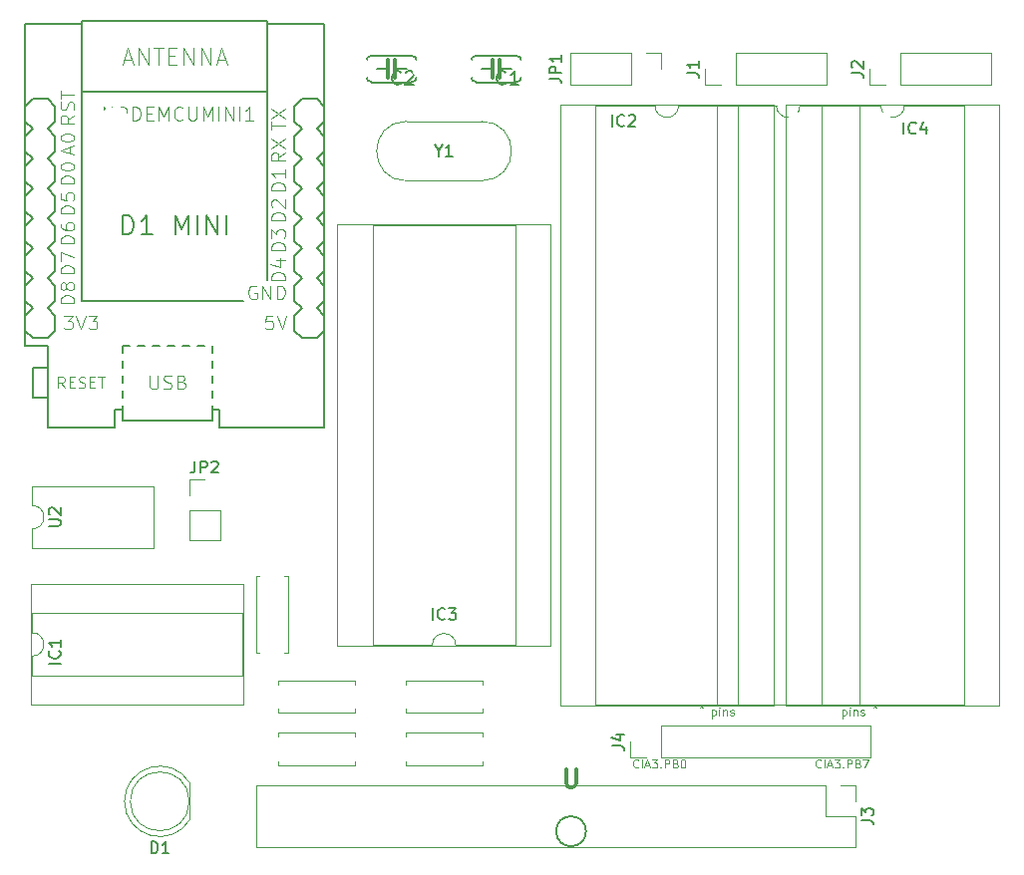
<source format=gto>
G04 #@! TF.GenerationSoftware,KiCad,Pcbnew,(6.0.5)*
G04 #@! TF.CreationDate,2022-11-12T18:47:07+01:00*
G04 #@! TF.ProjectId,Link232-wifi,4c696e6b-3233-4322-9d77-6966692e6b69,rev?*
G04 #@! TF.SameCoordinates,Original*
G04 #@! TF.FileFunction,Legend,Top*
G04 #@! TF.FilePolarity,Positive*
%FSLAX46Y46*%
G04 Gerber Fmt 4.6, Leading zero omitted, Abs format (unit mm)*
G04 Created by KiCad (PCBNEW (6.0.5)) date 2022-11-12 18:47:07*
%MOMM*%
%LPD*%
G01*
G04 APERTURE LIST*
G04 Aperture macros list*
%AMFreePoly0*
4,1,25,0.389919,0.742596,0.402042,0.732242,0.732242,0.402042,0.760749,0.346094,0.762000,0.330200,0.762000,-0.330200,0.742596,-0.389919,0.732242,-0.402042,0.402042,-0.732242,0.346094,-0.760749,0.330200,-0.762000,-0.330200,-0.762000,-0.389919,-0.742596,-0.402042,-0.732242,-0.732242,-0.402042,-0.760749,-0.346094,-0.762000,-0.330200,-0.762000,0.330200,-0.742596,0.389919,-0.732242,0.402042,
-0.402042,0.732242,-0.346094,0.760749,-0.330200,0.762000,0.330200,0.762000,0.389919,0.742596,0.389919,0.742596,$1*%
G04 Aperture macros list end*
%ADD10C,0.200000*%
%ADD11C,0.300000*%
%ADD12C,0.100000*%
%ADD13C,0.150000*%
%ADD14C,0.127000*%
%ADD15C,0.101600*%
%ADD16C,0.081280*%
%ADD17C,0.121920*%
%ADD18C,0.142240*%
%ADD19C,0.120000*%
%ADD20C,0.304800*%
%ADD21C,0.152400*%
%ADD22C,1.600000*%
%ADD23O,1.600000X1.600000*%
%ADD24R,1.700000X1.700000*%
%ADD25O,1.700000X1.700000*%
%ADD26R,1.600000X1.600000*%
%ADD27R,2.400000X1.600000*%
%ADD28O,2.400000X1.600000*%
%ADD29FreePoly0,180.000000*%
%ADD30C,1.500000*%
%ADD31C,2.500000*%
%ADD32R,1.800000X1.800000*%
%ADD33C,1.800000*%
%ADD34C,1.711200*%
G04 APERTURE END LIST*
D10*
X99695000Y-102870000D02*
G75*
G03*
X99695000Y-102870000I-1270000J0D01*
G01*
D11*
X97996428Y-97603571D02*
X97996428Y-98817857D01*
X98067857Y-98960714D01*
X98139285Y-99032142D01*
X98282142Y-99103571D01*
X98567857Y-99103571D01*
X98710714Y-99032142D01*
X98782142Y-98960714D01*
X98853571Y-98817857D01*
X98853571Y-97603571D01*
D12*
X104136666Y-97405000D02*
X104103333Y-97438333D01*
X104003333Y-97471666D01*
X103936666Y-97471666D01*
X103836666Y-97438333D01*
X103770000Y-97371666D01*
X103736666Y-97305000D01*
X103703333Y-97171666D01*
X103703333Y-97071666D01*
X103736666Y-96938333D01*
X103770000Y-96871666D01*
X103836666Y-96805000D01*
X103936666Y-96771666D01*
X104003333Y-96771666D01*
X104103333Y-96805000D01*
X104136666Y-96838333D01*
X104436666Y-97471666D02*
X104436666Y-96771666D01*
X104736666Y-97271666D02*
X105070000Y-97271666D01*
X104670000Y-97471666D02*
X104903333Y-96771666D01*
X105136666Y-97471666D01*
X105303333Y-96771666D02*
X105736666Y-96771666D01*
X105503333Y-97038333D01*
X105603333Y-97038333D01*
X105670000Y-97071666D01*
X105703333Y-97105000D01*
X105736666Y-97171666D01*
X105736666Y-97338333D01*
X105703333Y-97405000D01*
X105670000Y-97438333D01*
X105603333Y-97471666D01*
X105403333Y-97471666D01*
X105336666Y-97438333D01*
X105303333Y-97405000D01*
X106036666Y-97405000D02*
X106070000Y-97438333D01*
X106036666Y-97471666D01*
X106003333Y-97438333D01*
X106036666Y-97405000D01*
X106036666Y-97471666D01*
X106370000Y-97471666D02*
X106370000Y-96771666D01*
X106636666Y-96771666D01*
X106703333Y-96805000D01*
X106736666Y-96838333D01*
X106770000Y-96905000D01*
X106770000Y-97005000D01*
X106736666Y-97071666D01*
X106703333Y-97105000D01*
X106636666Y-97138333D01*
X106370000Y-97138333D01*
X107303333Y-97105000D02*
X107403333Y-97138333D01*
X107436666Y-97171666D01*
X107470000Y-97238333D01*
X107470000Y-97338333D01*
X107436666Y-97405000D01*
X107403333Y-97438333D01*
X107336666Y-97471666D01*
X107070000Y-97471666D01*
X107070000Y-96771666D01*
X107303333Y-96771666D01*
X107370000Y-96805000D01*
X107403333Y-96838333D01*
X107436666Y-96905000D01*
X107436666Y-96971666D01*
X107403333Y-97038333D01*
X107370000Y-97071666D01*
X107303333Y-97105000D01*
X107070000Y-97105000D01*
X107903333Y-96771666D02*
X107970000Y-96771666D01*
X108036666Y-96805000D01*
X108070000Y-96838333D01*
X108103333Y-96905000D01*
X108136666Y-97038333D01*
X108136666Y-97205000D01*
X108103333Y-97338333D01*
X108070000Y-97405000D01*
X108036666Y-97438333D01*
X107970000Y-97471666D01*
X107903333Y-97471666D01*
X107836666Y-97438333D01*
X107803333Y-97405000D01*
X107770000Y-97338333D01*
X107736666Y-97205000D01*
X107736666Y-97038333D01*
X107770000Y-96905000D01*
X107803333Y-96838333D01*
X107836666Y-96805000D01*
X107903333Y-96771666D01*
X121461666Y-92560000D02*
X121461666Y-93260000D01*
X121461666Y-92593333D02*
X121528333Y-92560000D01*
X121661666Y-92560000D01*
X121728333Y-92593333D01*
X121761666Y-92626666D01*
X121795000Y-92693333D01*
X121795000Y-92893333D01*
X121761666Y-92960000D01*
X121728333Y-92993333D01*
X121661666Y-93026666D01*
X121528333Y-93026666D01*
X121461666Y-92993333D01*
X122095000Y-93026666D02*
X122095000Y-92560000D01*
X122095000Y-92326666D02*
X122061666Y-92360000D01*
X122095000Y-92393333D01*
X122128333Y-92360000D01*
X122095000Y-92326666D01*
X122095000Y-92393333D01*
X122428333Y-92560000D02*
X122428333Y-93026666D01*
X122428333Y-92626666D02*
X122461666Y-92593333D01*
X122528333Y-92560000D01*
X122628333Y-92560000D01*
X122695000Y-92593333D01*
X122728333Y-92660000D01*
X122728333Y-93026666D01*
X123028333Y-92993333D02*
X123095000Y-93026666D01*
X123228333Y-93026666D01*
X123295000Y-92993333D01*
X123328333Y-92926666D01*
X123328333Y-92893333D01*
X123295000Y-92826666D01*
X123228333Y-92793333D01*
X123128333Y-92793333D01*
X123061666Y-92760000D01*
X123028333Y-92693333D01*
X123028333Y-92660000D01*
X123061666Y-92593333D01*
X123128333Y-92560000D01*
X123228333Y-92560000D01*
X123295000Y-92593333D01*
X124061666Y-92393333D02*
X124195000Y-92293333D01*
X124328333Y-92393333D01*
X119626666Y-97405000D02*
X119593333Y-97438333D01*
X119493333Y-97471666D01*
X119426666Y-97471666D01*
X119326666Y-97438333D01*
X119260000Y-97371666D01*
X119226666Y-97305000D01*
X119193333Y-97171666D01*
X119193333Y-97071666D01*
X119226666Y-96938333D01*
X119260000Y-96871666D01*
X119326666Y-96805000D01*
X119426666Y-96771666D01*
X119493333Y-96771666D01*
X119593333Y-96805000D01*
X119626666Y-96838333D01*
X119926666Y-97471666D02*
X119926666Y-96771666D01*
X120226666Y-97271666D02*
X120560000Y-97271666D01*
X120160000Y-97471666D02*
X120393333Y-96771666D01*
X120626666Y-97471666D01*
X120793333Y-96771666D02*
X121226666Y-96771666D01*
X120993333Y-97038333D01*
X121093333Y-97038333D01*
X121160000Y-97071666D01*
X121193333Y-97105000D01*
X121226666Y-97171666D01*
X121226666Y-97338333D01*
X121193333Y-97405000D01*
X121160000Y-97438333D01*
X121093333Y-97471666D01*
X120893333Y-97471666D01*
X120826666Y-97438333D01*
X120793333Y-97405000D01*
X121526666Y-97405000D02*
X121560000Y-97438333D01*
X121526666Y-97471666D01*
X121493333Y-97438333D01*
X121526666Y-97405000D01*
X121526666Y-97471666D01*
X121860000Y-97471666D02*
X121860000Y-96771666D01*
X122126666Y-96771666D01*
X122193333Y-96805000D01*
X122226666Y-96838333D01*
X122260000Y-96905000D01*
X122260000Y-97005000D01*
X122226666Y-97071666D01*
X122193333Y-97105000D01*
X122126666Y-97138333D01*
X121860000Y-97138333D01*
X122793333Y-97105000D02*
X122893333Y-97138333D01*
X122926666Y-97171666D01*
X122960000Y-97238333D01*
X122960000Y-97338333D01*
X122926666Y-97405000D01*
X122893333Y-97438333D01*
X122826666Y-97471666D01*
X122560000Y-97471666D01*
X122560000Y-96771666D01*
X122793333Y-96771666D01*
X122860000Y-96805000D01*
X122893333Y-96838333D01*
X122926666Y-96905000D01*
X122926666Y-96971666D01*
X122893333Y-97038333D01*
X122860000Y-97071666D01*
X122793333Y-97105000D01*
X122560000Y-97105000D01*
X123193333Y-96771666D02*
X123660000Y-96771666D01*
X123360000Y-97471666D01*
X109351666Y-92393333D02*
X109485000Y-92293333D01*
X109618333Y-92393333D01*
X110385000Y-92560000D02*
X110385000Y-93260000D01*
X110385000Y-92593333D02*
X110451666Y-92560000D01*
X110585000Y-92560000D01*
X110651666Y-92593333D01*
X110685000Y-92626666D01*
X110718333Y-92693333D01*
X110718333Y-92893333D01*
X110685000Y-92960000D01*
X110651666Y-92993333D01*
X110585000Y-93026666D01*
X110451666Y-93026666D01*
X110385000Y-92993333D01*
X111018333Y-93026666D02*
X111018333Y-92560000D01*
X111018333Y-92326666D02*
X110985000Y-92360000D01*
X111018333Y-92393333D01*
X111051666Y-92360000D01*
X111018333Y-92326666D01*
X111018333Y-92393333D01*
X111351666Y-92560000D02*
X111351666Y-93026666D01*
X111351666Y-92626666D02*
X111385000Y-92593333D01*
X111451666Y-92560000D01*
X111551666Y-92560000D01*
X111618333Y-92593333D01*
X111651666Y-92660000D01*
X111651666Y-93026666D01*
X111951666Y-92993333D02*
X112018333Y-93026666D01*
X112151666Y-93026666D01*
X112218333Y-92993333D01*
X112251666Y-92926666D01*
X112251666Y-92893333D01*
X112218333Y-92826666D01*
X112151666Y-92793333D01*
X112051666Y-92793333D01*
X111985000Y-92760000D01*
X111951666Y-92693333D01*
X111951666Y-92660000D01*
X111985000Y-92593333D01*
X112051666Y-92560000D01*
X112151666Y-92560000D01*
X112218333Y-92593333D01*
D13*
X101897380Y-95583333D02*
X102611666Y-95583333D01*
X102754523Y-95630952D01*
X102849761Y-95726190D01*
X102897380Y-95869047D01*
X102897380Y-95964285D01*
X102230714Y-94678571D02*
X102897380Y-94678571D01*
X101849761Y-94916666D02*
X102564047Y-95154761D01*
X102564047Y-94535714D01*
X54062380Y-76951904D02*
X54871904Y-76951904D01*
X54967142Y-76904285D01*
X55014761Y-76856666D01*
X55062380Y-76761428D01*
X55062380Y-76570952D01*
X55014761Y-76475714D01*
X54967142Y-76428095D01*
X54871904Y-76380476D01*
X54062380Y-76380476D01*
X54157619Y-75951904D02*
X54110000Y-75904285D01*
X54062380Y-75809047D01*
X54062380Y-75570952D01*
X54110000Y-75475714D01*
X54157619Y-75428095D01*
X54252857Y-75380476D01*
X54348095Y-75380476D01*
X54490952Y-75428095D01*
X55062380Y-75999523D01*
X55062380Y-75380476D01*
X108257380Y-38433333D02*
X108971666Y-38433333D01*
X109114523Y-38480952D01*
X109209761Y-38576190D01*
X109257380Y-38719047D01*
X109257380Y-38814285D01*
X109257380Y-37433333D02*
X109257380Y-38004761D01*
X109257380Y-37719047D02*
X108257380Y-37719047D01*
X108400238Y-37814285D01*
X108495476Y-37909523D01*
X108543095Y-38004761D01*
X122227380Y-38433333D02*
X122941666Y-38433333D01*
X123084523Y-38480952D01*
X123179761Y-38576190D01*
X123227380Y-38719047D01*
X123227380Y-38814285D01*
X122322619Y-38004761D02*
X122275000Y-37957142D01*
X122227380Y-37861904D01*
X122227380Y-37623809D01*
X122275000Y-37528571D01*
X122322619Y-37480952D01*
X122417857Y-37433333D01*
X122513095Y-37433333D01*
X122655952Y-37480952D01*
X123227380Y-38052380D01*
X123227380Y-37433333D01*
X101893809Y-42997380D02*
X101893809Y-41997380D01*
X102941428Y-42902142D02*
X102893809Y-42949761D01*
X102750952Y-42997380D01*
X102655714Y-42997380D01*
X102512857Y-42949761D01*
X102417619Y-42854523D01*
X102370000Y-42759285D01*
X102322380Y-42568809D01*
X102322380Y-42425952D01*
X102370000Y-42235476D01*
X102417619Y-42140238D01*
X102512857Y-42045000D01*
X102655714Y-41997380D01*
X102750952Y-41997380D01*
X102893809Y-42045000D01*
X102941428Y-42092619D01*
X103322380Y-42092619D02*
X103370000Y-42045000D01*
X103465238Y-41997380D01*
X103703333Y-41997380D01*
X103798571Y-42045000D01*
X103846190Y-42092619D01*
X103893809Y-42187857D01*
X103893809Y-42283095D01*
X103846190Y-42425952D01*
X103274761Y-42997380D01*
X103893809Y-42997380D01*
X126658809Y-43632380D02*
X126658809Y-42632380D01*
X127706428Y-43537142D02*
X127658809Y-43584761D01*
X127515952Y-43632380D01*
X127420714Y-43632380D01*
X127277857Y-43584761D01*
X127182619Y-43489523D01*
X127135000Y-43394285D01*
X127087380Y-43203809D01*
X127087380Y-43060952D01*
X127135000Y-42870476D01*
X127182619Y-42775238D01*
X127277857Y-42680000D01*
X127420714Y-42632380D01*
X127515952Y-42632380D01*
X127658809Y-42680000D01*
X127706428Y-42727619D01*
X128563571Y-42965714D02*
X128563571Y-43632380D01*
X128325476Y-42584761D02*
X128087380Y-43299047D01*
X128706428Y-43299047D01*
D14*
X92845164Y-39333714D02*
X92790735Y-39388142D01*
X92627450Y-39442571D01*
X92518592Y-39442571D01*
X92355307Y-39388142D01*
X92246450Y-39279285D01*
X92192021Y-39170428D01*
X92137592Y-38952714D01*
X92137592Y-38789428D01*
X92192021Y-38571714D01*
X92246450Y-38462857D01*
X92355307Y-38354000D01*
X92518592Y-38299571D01*
X92627450Y-38299571D01*
X92790735Y-38354000D01*
X92845164Y-38408428D01*
X93933735Y-39442571D02*
X93280592Y-39442571D01*
X93607164Y-39442571D02*
X93607164Y-38299571D01*
X93498307Y-38462857D01*
X93389450Y-38571714D01*
X93280592Y-38626142D01*
X83955164Y-39333714D02*
X83900735Y-39388142D01*
X83737450Y-39442571D01*
X83628592Y-39442571D01*
X83465307Y-39388142D01*
X83356450Y-39279285D01*
X83302021Y-39170428D01*
X83247592Y-38952714D01*
X83247592Y-38789428D01*
X83302021Y-38571714D01*
X83356450Y-38462857D01*
X83465307Y-38354000D01*
X83628592Y-38299571D01*
X83737450Y-38299571D01*
X83900735Y-38354000D01*
X83955164Y-38408428D01*
X84390592Y-38408428D02*
X84445021Y-38354000D01*
X84553878Y-38299571D01*
X84826021Y-38299571D01*
X84934878Y-38354000D01*
X84989307Y-38408428D01*
X85043735Y-38517285D01*
X85043735Y-38626142D01*
X84989307Y-38789428D01*
X84336164Y-39442571D01*
X85043735Y-39442571D01*
D13*
X87163809Y-45061190D02*
X87163809Y-45537380D01*
X86830476Y-44537380D02*
X87163809Y-45061190D01*
X87497142Y-44537380D01*
X88354285Y-45537380D02*
X87782857Y-45537380D01*
X88068571Y-45537380D02*
X88068571Y-44537380D01*
X87973333Y-44680238D01*
X87878095Y-44775476D01*
X87782857Y-44823095D01*
X86658809Y-84907380D02*
X86658809Y-83907380D01*
X87706428Y-84812142D02*
X87658809Y-84859761D01*
X87515952Y-84907380D01*
X87420714Y-84907380D01*
X87277857Y-84859761D01*
X87182619Y-84764523D01*
X87135000Y-84669285D01*
X87087380Y-84478809D01*
X87087380Y-84335952D01*
X87135000Y-84145476D01*
X87182619Y-84050238D01*
X87277857Y-83955000D01*
X87420714Y-83907380D01*
X87515952Y-83907380D01*
X87658809Y-83955000D01*
X87706428Y-84002619D01*
X88039761Y-83907380D02*
X88658809Y-83907380D01*
X88325476Y-84288333D01*
X88468333Y-84288333D01*
X88563571Y-84335952D01*
X88611190Y-84383571D01*
X88658809Y-84478809D01*
X88658809Y-84716904D01*
X88611190Y-84812142D01*
X88563571Y-84859761D01*
X88468333Y-84907380D01*
X88182619Y-84907380D01*
X88087380Y-84859761D01*
X88039761Y-84812142D01*
X55062380Y-88606190D02*
X54062380Y-88606190D01*
X54967142Y-87558571D02*
X55014761Y-87606190D01*
X55062380Y-87749047D01*
X55062380Y-87844285D01*
X55014761Y-87987142D01*
X54919523Y-88082380D01*
X54824285Y-88130000D01*
X54633809Y-88177619D01*
X54490952Y-88177619D01*
X54300476Y-88130000D01*
X54205238Y-88082380D01*
X54110000Y-87987142D01*
X54062380Y-87844285D01*
X54062380Y-87749047D01*
X54110000Y-87606190D01*
X54157619Y-87558571D01*
X55062380Y-86606190D02*
X55062380Y-87177619D01*
X55062380Y-86891904D02*
X54062380Y-86891904D01*
X54205238Y-86987142D01*
X54300476Y-87082380D01*
X54348095Y-87177619D01*
X62761904Y-104742380D02*
X62761904Y-103742380D01*
X63000000Y-103742380D01*
X63142857Y-103790000D01*
X63238095Y-103885238D01*
X63285714Y-103980476D01*
X63333333Y-104170952D01*
X63333333Y-104313809D01*
X63285714Y-104504285D01*
X63238095Y-104599523D01*
X63142857Y-104694761D01*
X63000000Y-104742380D01*
X62761904Y-104742380D01*
X64285714Y-104742380D02*
X63714285Y-104742380D01*
X64000000Y-104742380D02*
X64000000Y-103742380D01*
X63904761Y-103885238D01*
X63809523Y-103980476D01*
X63714285Y-104028095D01*
D15*
X58764230Y-42489361D02*
X58764230Y-41320961D01*
X59431887Y-42489361D01*
X59431887Y-41320961D01*
X60210820Y-41320961D02*
X60433373Y-41320961D01*
X60544649Y-41376600D01*
X60655925Y-41487876D01*
X60711563Y-41710428D01*
X60711563Y-42099895D01*
X60655925Y-42322447D01*
X60544649Y-42433723D01*
X60433373Y-42489361D01*
X60210820Y-42489361D01*
X60099544Y-42433723D01*
X59988268Y-42322447D01*
X59932630Y-42099895D01*
X59932630Y-41710428D01*
X59988268Y-41487876D01*
X60099544Y-41376600D01*
X60210820Y-41320961D01*
X61212306Y-42489361D02*
X61212306Y-41320961D01*
X61490497Y-41320961D01*
X61657411Y-41376600D01*
X61768687Y-41487876D01*
X61824325Y-41599152D01*
X61879963Y-41821704D01*
X61879963Y-41988619D01*
X61824325Y-42211171D01*
X61768687Y-42322447D01*
X61657411Y-42433723D01*
X61490497Y-42489361D01*
X61212306Y-42489361D01*
X62380706Y-41877342D02*
X62770173Y-41877342D01*
X62937087Y-42489361D02*
X62380706Y-42489361D01*
X62380706Y-41320961D01*
X62937087Y-41320961D01*
X63437830Y-42489361D02*
X63437830Y-41320961D01*
X63827297Y-42155533D01*
X64216763Y-41320961D01*
X64216763Y-42489361D01*
X65440801Y-42378085D02*
X65385163Y-42433723D01*
X65218249Y-42489361D01*
X65106973Y-42489361D01*
X64940059Y-42433723D01*
X64828782Y-42322447D01*
X64773144Y-42211171D01*
X64717506Y-41988619D01*
X64717506Y-41821704D01*
X64773144Y-41599152D01*
X64828782Y-41487876D01*
X64940059Y-41376600D01*
X65106973Y-41320961D01*
X65218249Y-41320961D01*
X65385163Y-41376600D01*
X65440801Y-41432238D01*
X65941544Y-41320961D02*
X65941544Y-42266809D01*
X65997182Y-42378085D01*
X66052820Y-42433723D01*
X66164097Y-42489361D01*
X66386649Y-42489361D01*
X66497925Y-42433723D01*
X66553563Y-42378085D01*
X66609201Y-42266809D01*
X66609201Y-41320961D01*
X67165582Y-42489361D02*
X67165582Y-41320961D01*
X67555049Y-42155533D01*
X67944516Y-41320961D01*
X67944516Y-42489361D01*
X68500897Y-42489361D02*
X68500897Y-41320961D01*
X69057278Y-42489361D02*
X69057278Y-41320961D01*
X69724935Y-42489361D01*
X69724935Y-41320961D01*
X70281316Y-42489361D02*
X70281316Y-41320961D01*
X71449716Y-42489361D02*
X70782059Y-42489361D01*
X71115887Y-42489361D02*
X71115887Y-41320961D01*
X71004611Y-41487876D01*
X70893335Y-41599152D01*
X70782059Y-41654790D01*
X74137761Y-53504011D02*
X72969361Y-53504011D01*
X72969361Y-53225820D01*
X73025000Y-53058906D01*
X73136276Y-52947630D01*
X73247552Y-52891992D01*
X73470104Y-52836354D01*
X73637019Y-52836354D01*
X73859571Y-52891992D01*
X73970847Y-52947630D01*
X74082123Y-53058906D01*
X74137761Y-53225820D01*
X74137761Y-53504011D01*
X72969361Y-52446887D02*
X72969361Y-51723592D01*
X73414466Y-52113059D01*
X73414466Y-51946144D01*
X73470104Y-51834868D01*
X73525742Y-51779230D01*
X73637019Y-51723592D01*
X73915209Y-51723592D01*
X74026485Y-51779230D01*
X74082123Y-51834868D01*
X74137761Y-51946144D01*
X74137761Y-52279973D01*
X74082123Y-52391249D01*
X74026485Y-52446887D01*
X73076283Y-59050161D02*
X72519902Y-59050161D01*
X72464264Y-59606542D01*
X72519902Y-59550904D01*
X72631179Y-59495266D01*
X72909369Y-59495266D01*
X73020645Y-59550904D01*
X73076283Y-59606542D01*
X73131921Y-59717819D01*
X73131921Y-59996009D01*
X73076283Y-60107285D01*
X73020645Y-60162923D01*
X72909369Y-60218561D01*
X72631179Y-60218561D01*
X72519902Y-60162923D01*
X72464264Y-60107285D01*
X73465750Y-59050161D02*
X73855217Y-60218561D01*
X74244683Y-59050161D01*
X56230761Y-50392390D02*
X55062361Y-50392390D01*
X55062361Y-50114200D01*
X55118000Y-49947285D01*
X55229276Y-49836009D01*
X55340552Y-49780371D01*
X55563104Y-49724733D01*
X55730019Y-49724733D01*
X55952571Y-49780371D01*
X56063847Y-49836009D01*
X56175123Y-49947285D01*
X56230761Y-50114200D01*
X56230761Y-50392390D01*
X55062361Y-48667609D02*
X55062361Y-49223990D01*
X55618742Y-49279628D01*
X55563104Y-49223990D01*
X55507466Y-49112714D01*
X55507466Y-48834523D01*
X55563104Y-48723247D01*
X55618742Y-48667609D01*
X55730019Y-48611971D01*
X56008209Y-48611971D01*
X56119485Y-48667609D01*
X56175123Y-48723247D01*
X56230761Y-48834523D01*
X56230761Y-49112714D01*
X56175123Y-49223990D01*
X56119485Y-49279628D01*
X74137761Y-48424011D02*
X72969361Y-48424011D01*
X72969361Y-48145820D01*
X73025000Y-47978906D01*
X73136276Y-47867630D01*
X73247552Y-47811992D01*
X73470104Y-47756354D01*
X73637019Y-47756354D01*
X73859571Y-47811992D01*
X73970847Y-47867630D01*
X74082123Y-47978906D01*
X74137761Y-48145820D01*
X74137761Y-48424011D01*
X74137761Y-46643592D02*
X74137761Y-47311249D01*
X74137761Y-46977420D02*
X72969361Y-46977420D01*
X73136276Y-47088697D01*
X73247552Y-47199973D01*
X73303190Y-47311249D01*
X55350954Y-59050161D02*
X56074249Y-59050161D01*
X55684782Y-59495266D01*
X55851697Y-59495266D01*
X55962973Y-59550904D01*
X56018611Y-59606542D01*
X56074249Y-59717819D01*
X56074249Y-59996009D01*
X56018611Y-60107285D01*
X55962973Y-60162923D01*
X55851697Y-60218561D01*
X55517868Y-60218561D01*
X55406592Y-60162923D01*
X55350954Y-60107285D01*
X56408078Y-59050161D02*
X56797544Y-60218561D01*
X57187011Y-59050161D01*
X57465201Y-59050161D02*
X58188497Y-59050161D01*
X57799030Y-59495266D01*
X57965944Y-59495266D01*
X58077220Y-59550904D01*
X58132859Y-59606542D01*
X58188497Y-59717819D01*
X58188497Y-59996009D01*
X58132859Y-60107285D01*
X58077220Y-60162923D01*
X57965944Y-60218561D01*
X57632116Y-60218561D01*
X57520840Y-60162923D01*
X57465201Y-60107285D01*
X56230761Y-42041838D02*
X55674380Y-42431304D01*
X56230761Y-42709495D02*
X55062361Y-42709495D01*
X55062361Y-42264390D01*
X55118000Y-42153114D01*
X55173638Y-42097476D01*
X55284914Y-42041838D01*
X55451828Y-42041838D01*
X55563104Y-42097476D01*
X55618742Y-42153114D01*
X55674380Y-42264390D01*
X55674380Y-42709495D01*
X56175123Y-41596733D02*
X56230761Y-41429819D01*
X56230761Y-41151628D01*
X56175123Y-41040352D01*
X56119485Y-40984714D01*
X56008209Y-40929076D01*
X55896933Y-40929076D01*
X55785657Y-40984714D01*
X55730019Y-41040352D01*
X55674380Y-41151628D01*
X55618742Y-41374180D01*
X55563104Y-41485457D01*
X55507466Y-41541095D01*
X55396190Y-41596733D01*
X55284914Y-41596733D01*
X55173638Y-41541095D01*
X55118000Y-41485457D01*
X55062361Y-41374180D01*
X55062361Y-41095990D01*
X55118000Y-40929076D01*
X55062361Y-40595247D02*
X55062361Y-39927590D01*
X56230761Y-40261419D02*
X55062361Y-40261419D01*
X56230761Y-58012390D02*
X55062361Y-58012390D01*
X55062361Y-57734200D01*
X55118000Y-57567285D01*
X55229276Y-57456009D01*
X55340552Y-57400371D01*
X55563104Y-57344733D01*
X55730019Y-57344733D01*
X55952571Y-57400371D01*
X56063847Y-57456009D01*
X56175123Y-57567285D01*
X56230761Y-57734200D01*
X56230761Y-58012390D01*
X55563104Y-56677076D02*
X55507466Y-56788352D01*
X55451828Y-56843990D01*
X55340552Y-56899628D01*
X55284914Y-56899628D01*
X55173638Y-56843990D01*
X55118000Y-56788352D01*
X55062361Y-56677076D01*
X55062361Y-56454523D01*
X55118000Y-56343247D01*
X55173638Y-56287609D01*
X55284914Y-56231971D01*
X55340552Y-56231971D01*
X55451828Y-56287609D01*
X55507466Y-56343247D01*
X55563104Y-56454523D01*
X55563104Y-56677076D01*
X55618742Y-56788352D01*
X55674380Y-56843990D01*
X55785657Y-56899628D01*
X56008209Y-56899628D01*
X56119485Y-56843990D01*
X56175123Y-56788352D01*
X56230761Y-56677076D01*
X56230761Y-56454523D01*
X56175123Y-56343247D01*
X56119485Y-56287609D01*
X56008209Y-56231971D01*
X55785657Y-56231971D01*
X55674380Y-56287609D01*
X55618742Y-56343247D01*
X55563104Y-56454523D01*
X74137761Y-45216354D02*
X73581380Y-45605820D01*
X74137761Y-45884011D02*
X72969361Y-45884011D01*
X72969361Y-45438906D01*
X73025000Y-45327630D01*
X73080638Y-45271992D01*
X73191914Y-45216354D01*
X73358828Y-45216354D01*
X73470104Y-45271992D01*
X73525742Y-45327630D01*
X73581380Y-45438906D01*
X73581380Y-45884011D01*
X72969361Y-44826887D02*
X74137761Y-44047954D01*
X72969361Y-44047954D02*
X74137761Y-44826887D01*
X71685331Y-56565800D02*
X71574055Y-56510161D01*
X71407140Y-56510161D01*
X71240226Y-56565800D01*
X71128950Y-56677076D01*
X71073312Y-56788352D01*
X71017674Y-57010904D01*
X71017674Y-57177819D01*
X71073312Y-57400371D01*
X71128950Y-57511647D01*
X71240226Y-57622923D01*
X71407140Y-57678561D01*
X71518417Y-57678561D01*
X71685331Y-57622923D01*
X71740969Y-57567285D01*
X71740969Y-57177819D01*
X71518417Y-57177819D01*
X72241712Y-57678561D02*
X72241712Y-56510161D01*
X72909369Y-57678561D01*
X72909369Y-56510161D01*
X73465750Y-57678561D02*
X73465750Y-56510161D01*
X73743940Y-56510161D01*
X73910855Y-56565800D01*
X74022131Y-56677076D01*
X74077769Y-56788352D01*
X74133407Y-57010904D01*
X74133407Y-57177819D01*
X74077769Y-57400371D01*
X74022131Y-57511647D01*
X73910855Y-57622923D01*
X73743940Y-57678561D01*
X73465750Y-57678561D01*
X55896933Y-45284571D02*
X55896933Y-44728190D01*
X56230761Y-45395847D02*
X55062361Y-45006380D01*
X56230761Y-44616914D01*
X55062361Y-44004895D02*
X55062361Y-43893619D01*
X55118000Y-43782342D01*
X55173638Y-43726704D01*
X55284914Y-43671066D01*
X55507466Y-43615428D01*
X55785657Y-43615428D01*
X56008209Y-43671066D01*
X56119485Y-43726704D01*
X56175123Y-43782342D01*
X56230761Y-43893619D01*
X56230761Y-44004895D01*
X56175123Y-44116171D01*
X56119485Y-44171809D01*
X56008209Y-44227447D01*
X55785657Y-44283085D01*
X55507466Y-44283085D01*
X55284914Y-44227447D01*
X55173638Y-44171809D01*
X55118000Y-44116171D01*
X55062361Y-44004895D01*
X74137761Y-50964011D02*
X72969361Y-50964011D01*
X72969361Y-50685820D01*
X73025000Y-50518906D01*
X73136276Y-50407630D01*
X73247552Y-50351992D01*
X73470104Y-50296354D01*
X73637019Y-50296354D01*
X73859571Y-50351992D01*
X73970847Y-50407630D01*
X74082123Y-50518906D01*
X74137761Y-50685820D01*
X74137761Y-50964011D01*
X73080638Y-49851249D02*
X73025000Y-49795611D01*
X72969361Y-49684335D01*
X72969361Y-49406144D01*
X73025000Y-49294868D01*
X73080638Y-49239230D01*
X73191914Y-49183592D01*
X73303190Y-49183592D01*
X73470104Y-49239230D01*
X74137761Y-49906887D01*
X74137761Y-49183592D01*
D16*
X55419510Y-65192849D02*
X55107936Y-64747744D01*
X54885384Y-65192849D02*
X54885384Y-64258129D01*
X55241468Y-64258129D01*
X55330489Y-64302640D01*
X55374999Y-64347150D01*
X55419510Y-64436171D01*
X55419510Y-64569702D01*
X55374999Y-64658723D01*
X55330489Y-64703234D01*
X55241468Y-64747744D01*
X54885384Y-64747744D01*
X55820104Y-64703234D02*
X56131677Y-64703234D01*
X56265209Y-65192849D02*
X55820104Y-65192849D01*
X55820104Y-64258129D01*
X56265209Y-64258129D01*
X56621292Y-65148339D02*
X56754824Y-65192849D01*
X56977376Y-65192849D01*
X57066397Y-65148339D01*
X57110908Y-65103828D01*
X57155418Y-65014807D01*
X57155418Y-64925786D01*
X57110908Y-64836765D01*
X57066397Y-64792255D01*
X56977376Y-64747744D01*
X56799334Y-64703234D01*
X56710313Y-64658723D01*
X56665803Y-64614213D01*
X56621292Y-64525192D01*
X56621292Y-64436171D01*
X56665803Y-64347150D01*
X56710313Y-64302640D01*
X56799334Y-64258129D01*
X57021887Y-64258129D01*
X57155418Y-64302640D01*
X57556012Y-64703234D02*
X57867586Y-64703234D01*
X58001117Y-65192849D02*
X57556012Y-65192849D01*
X57556012Y-64258129D01*
X58001117Y-64258129D01*
X58268180Y-64258129D02*
X58802306Y-64258129D01*
X58535243Y-65192849D02*
X58535243Y-64258129D01*
D15*
X62660590Y-64130161D02*
X62660590Y-65076009D01*
X62716228Y-65187285D01*
X62771866Y-65242923D01*
X62883142Y-65298561D01*
X63105695Y-65298561D01*
X63216971Y-65242923D01*
X63272609Y-65187285D01*
X63328247Y-65076009D01*
X63328247Y-64130161D01*
X63828990Y-65242923D02*
X63995904Y-65298561D01*
X64274095Y-65298561D01*
X64385371Y-65242923D01*
X64441009Y-65187285D01*
X64496647Y-65076009D01*
X64496647Y-64964733D01*
X64441009Y-64853457D01*
X64385371Y-64797819D01*
X64274095Y-64742180D01*
X64051542Y-64686542D01*
X63940266Y-64630904D01*
X63884628Y-64575266D01*
X63828990Y-64463990D01*
X63828990Y-64352714D01*
X63884628Y-64241438D01*
X63940266Y-64185800D01*
X64051542Y-64130161D01*
X64329733Y-64130161D01*
X64496647Y-64185800D01*
X65386857Y-64686542D02*
X65553771Y-64742180D01*
X65609409Y-64797819D01*
X65665047Y-64909095D01*
X65665047Y-65076009D01*
X65609409Y-65187285D01*
X65553771Y-65242923D01*
X65442495Y-65298561D01*
X64997390Y-65298561D01*
X64997390Y-64130161D01*
X65386857Y-64130161D01*
X65498133Y-64185800D01*
X65553771Y-64241438D01*
X65609409Y-64352714D01*
X65609409Y-64463990D01*
X65553771Y-64575266D01*
X65498133Y-64630904D01*
X65386857Y-64686542D01*
X64997390Y-64686542D01*
X74137761Y-56044011D02*
X72969361Y-56044011D01*
X72969361Y-55765820D01*
X73025000Y-55598906D01*
X73136276Y-55487630D01*
X73247552Y-55431992D01*
X73470104Y-55376354D01*
X73637019Y-55376354D01*
X73859571Y-55431992D01*
X73970847Y-55487630D01*
X74082123Y-55598906D01*
X74137761Y-55765820D01*
X74137761Y-56044011D01*
X73358828Y-54374868D02*
X74137761Y-54374868D01*
X72913723Y-54653059D02*
X73748295Y-54931249D01*
X73748295Y-54207954D01*
X56230761Y-52932390D02*
X55062361Y-52932390D01*
X55062361Y-52654200D01*
X55118000Y-52487285D01*
X55229276Y-52376009D01*
X55340552Y-52320371D01*
X55563104Y-52264733D01*
X55730019Y-52264733D01*
X55952571Y-52320371D01*
X56063847Y-52376009D01*
X56175123Y-52487285D01*
X56230761Y-52654200D01*
X56230761Y-52932390D01*
X55062361Y-51263247D02*
X55062361Y-51485800D01*
X55118000Y-51597076D01*
X55173638Y-51652714D01*
X55340552Y-51763990D01*
X55563104Y-51819628D01*
X56008209Y-51819628D01*
X56119485Y-51763990D01*
X56175123Y-51708352D01*
X56230761Y-51597076D01*
X56230761Y-51374523D01*
X56175123Y-51263247D01*
X56119485Y-51207609D01*
X56008209Y-51151971D01*
X55730019Y-51151971D01*
X55618742Y-51207609D01*
X55563104Y-51263247D01*
X55507466Y-51374523D01*
X55507466Y-51597076D01*
X55563104Y-51708352D01*
X55618742Y-51763990D01*
X55730019Y-51819628D01*
X56230761Y-47852390D02*
X55062361Y-47852390D01*
X55062361Y-47574200D01*
X55118000Y-47407285D01*
X55229276Y-47296009D01*
X55340552Y-47240371D01*
X55563104Y-47184733D01*
X55730019Y-47184733D01*
X55952571Y-47240371D01*
X56063847Y-47296009D01*
X56175123Y-47407285D01*
X56230761Y-47574200D01*
X56230761Y-47852390D01*
X55062361Y-46461438D02*
X55062361Y-46350161D01*
X55118000Y-46238885D01*
X55173638Y-46183247D01*
X55284914Y-46127609D01*
X55507466Y-46071971D01*
X55785657Y-46071971D01*
X56008209Y-46127609D01*
X56119485Y-46183247D01*
X56175123Y-46238885D01*
X56230761Y-46350161D01*
X56230761Y-46461438D01*
X56175123Y-46572714D01*
X56119485Y-46628352D01*
X56008209Y-46683990D01*
X55785657Y-46739628D01*
X55507466Y-46739628D01*
X55284914Y-46683990D01*
X55173638Y-46628352D01*
X55118000Y-46572714D01*
X55062361Y-46461438D01*
X56230761Y-55472390D02*
X55062361Y-55472390D01*
X55062361Y-55194200D01*
X55118000Y-55027285D01*
X55229276Y-54916009D01*
X55340552Y-54860371D01*
X55563104Y-54804733D01*
X55730019Y-54804733D01*
X55952571Y-54860371D01*
X56063847Y-54916009D01*
X56175123Y-55027285D01*
X56230761Y-55194200D01*
X56230761Y-55472390D01*
X55062361Y-54415266D02*
X55062361Y-53636333D01*
X56230761Y-54137076D01*
D17*
X60463611Y-37317680D02*
X61131268Y-37317680D01*
X60330080Y-37718274D02*
X60797440Y-36316194D01*
X61264800Y-37718274D01*
X61732160Y-37718274D02*
X61732160Y-36316194D01*
X62533348Y-37718274D01*
X62533348Y-36316194D01*
X63000708Y-36316194D02*
X63801897Y-36316194D01*
X63401302Y-37718274D02*
X63401302Y-36316194D01*
X64269257Y-36983851D02*
X64736617Y-36983851D01*
X64936914Y-37718274D02*
X64269257Y-37718274D01*
X64269257Y-36316194D01*
X64936914Y-36316194D01*
X65537805Y-37718274D02*
X65537805Y-36316194D01*
X66338994Y-37718274D01*
X66338994Y-36316194D01*
X67006651Y-37718274D02*
X67006651Y-36316194D01*
X67807840Y-37718274D01*
X67807840Y-36316194D01*
X68408731Y-37317680D02*
X69076388Y-37317680D01*
X68275200Y-37718274D02*
X68742560Y-36316194D01*
X69209920Y-37718274D01*
D15*
X72969361Y-43232735D02*
X72969361Y-42565078D01*
X74137761Y-42898906D02*
X72969361Y-42898906D01*
X72969361Y-42286887D02*
X74137761Y-41507954D01*
X72969361Y-41507954D02*
X74137761Y-42286887D01*
D18*
X60369026Y-52174986D02*
X60369026Y-50539226D01*
X60758493Y-50539226D01*
X60992173Y-50617120D01*
X61147960Y-50772906D01*
X61225853Y-50928693D01*
X61303746Y-51240266D01*
X61303746Y-51473946D01*
X61225853Y-51785520D01*
X61147960Y-51941306D01*
X60992173Y-52097093D01*
X60758493Y-52174986D01*
X60369026Y-52174986D01*
X62861613Y-52174986D02*
X61926893Y-52174986D01*
X62394253Y-52174986D02*
X62394253Y-50539226D01*
X62238466Y-50772906D01*
X62082680Y-50928693D01*
X61926893Y-51006586D01*
X64808946Y-52174986D02*
X64808946Y-50539226D01*
X65354200Y-51707626D01*
X65899453Y-50539226D01*
X65899453Y-52174986D01*
X66678386Y-52174986D02*
X66678386Y-50539226D01*
X67457320Y-52174986D02*
X67457320Y-50539226D01*
X68392040Y-52174986D01*
X68392040Y-50539226D01*
X69170973Y-52174986D02*
X69170973Y-50539226D01*
D13*
X123062380Y-101928333D02*
X123776666Y-101928333D01*
X123919523Y-101975952D01*
X124014761Y-102071190D01*
X124062380Y-102214047D01*
X124062380Y-102309285D01*
X123062380Y-101547380D02*
X123062380Y-100928333D01*
X123443333Y-101261666D01*
X123443333Y-101118809D01*
X123490952Y-101023571D01*
X123538571Y-100975952D01*
X123633809Y-100928333D01*
X123871904Y-100928333D01*
X123967142Y-100975952D01*
X124014761Y-101023571D01*
X124062380Y-101118809D01*
X124062380Y-101404523D01*
X124014761Y-101499761D01*
X123967142Y-101547380D01*
X96607380Y-38933333D02*
X97321666Y-38933333D01*
X97464523Y-38980952D01*
X97559761Y-39076190D01*
X97607380Y-39219047D01*
X97607380Y-39314285D01*
X97607380Y-38457142D02*
X96607380Y-38457142D01*
X96607380Y-38076190D01*
X96655000Y-37980952D01*
X96702619Y-37933333D01*
X96797857Y-37885714D01*
X96940714Y-37885714D01*
X97035952Y-37933333D01*
X97083571Y-37980952D01*
X97131190Y-38076190D01*
X97131190Y-38457142D01*
X97607380Y-36933333D02*
X97607380Y-37504761D01*
X97607380Y-37219047D02*
X96607380Y-37219047D01*
X96750238Y-37314285D01*
X96845476Y-37409523D01*
X96893095Y-37504761D01*
X66476666Y-71417380D02*
X66476666Y-72131666D01*
X66429047Y-72274523D01*
X66333809Y-72369761D01*
X66190952Y-72417380D01*
X66095714Y-72417380D01*
X66952857Y-72417380D02*
X66952857Y-71417380D01*
X67333809Y-71417380D01*
X67429047Y-71465000D01*
X67476666Y-71512619D01*
X67524285Y-71607857D01*
X67524285Y-71750714D01*
X67476666Y-71845952D01*
X67429047Y-71893571D01*
X67333809Y-71941190D01*
X66952857Y-71941190D01*
X67905238Y-71512619D02*
X67952857Y-71465000D01*
X68048095Y-71417380D01*
X68286190Y-71417380D01*
X68381428Y-71465000D01*
X68429047Y-71512619D01*
X68476666Y-71607857D01*
X68476666Y-71703095D01*
X68429047Y-71845952D01*
X67857619Y-72417380D01*
X68476666Y-72417380D01*
D19*
X84360000Y-94845000D02*
X84360000Y-94515000D01*
X84360000Y-94515000D02*
X90900000Y-94515000D01*
X84360000Y-97255000D02*
X90900000Y-97255000D01*
X84360000Y-96925000D02*
X84360000Y-97255000D01*
X90900000Y-94515000D02*
X90900000Y-94845000D01*
X90900000Y-97255000D02*
X90900000Y-96925000D01*
X123885000Y-96580000D02*
X123885000Y-93920000D01*
X103445000Y-96580000D02*
X103445000Y-95250000D01*
X106045000Y-96580000D02*
X123885000Y-96580000D01*
X104775000Y-96580000D02*
X103445000Y-96580000D01*
X106045000Y-96580000D02*
X106045000Y-93920000D01*
X106045000Y-93920000D02*
X123885000Y-93920000D01*
X52655000Y-77190000D02*
X52655000Y-78840000D01*
X62935000Y-73540000D02*
X52655000Y-73540000D01*
X52655000Y-73540000D02*
X52655000Y-75190000D01*
X52655000Y-78840000D02*
X62935000Y-78840000D01*
X62935000Y-78840000D02*
X62935000Y-73540000D01*
X52655000Y-77190000D02*
G75*
G03*
X52655000Y-75190000I0J1000000D01*
G01*
X74065000Y-87725000D02*
X74395000Y-87725000D01*
X71655000Y-87725000D02*
X71655000Y-81185000D01*
X71985000Y-87725000D02*
X71655000Y-87725000D01*
X74395000Y-81185000D02*
X74065000Y-81185000D01*
X74395000Y-87725000D02*
X74395000Y-81185000D01*
X71655000Y-81185000D02*
X71985000Y-81185000D01*
X73565000Y-92810000D02*
X73565000Y-92480000D01*
X80105000Y-90400000D02*
X80105000Y-90070000D01*
X80105000Y-92480000D02*
X80105000Y-92810000D01*
X73565000Y-90070000D02*
X73565000Y-90400000D01*
X80105000Y-90070000D02*
X73565000Y-90070000D01*
X80105000Y-92810000D02*
X73565000Y-92810000D01*
X120085000Y-39430000D02*
X120085000Y-36770000D01*
X112405000Y-39430000D02*
X120085000Y-39430000D01*
X112405000Y-39430000D02*
X112405000Y-36770000D01*
X112405000Y-36770000D02*
X120085000Y-36770000D01*
X111135000Y-39430000D02*
X109805000Y-39430000D01*
X109805000Y-39430000D02*
X109805000Y-38100000D01*
X134055000Y-39430000D02*
X134055000Y-36770000D01*
X126375000Y-36770000D02*
X134055000Y-36770000D01*
X125105000Y-39430000D02*
X123775000Y-39430000D01*
X123775000Y-39430000D02*
X123775000Y-38100000D01*
X126375000Y-39430000D02*
X126375000Y-36770000D01*
X126375000Y-39430000D02*
X134055000Y-39430000D01*
X112613000Y-41215000D02*
X107553000Y-41215000D01*
X112613000Y-92135000D02*
X112613000Y-41215000D01*
X97493000Y-92195000D02*
X115613000Y-92195000D01*
X100493000Y-41215000D02*
X100493000Y-92135000D01*
X105553000Y-41215000D02*
X100493000Y-41215000D01*
X115613000Y-92195000D02*
X115613000Y-41155000D01*
X100493000Y-92135000D02*
X112613000Y-92135000D01*
X115613000Y-41155000D02*
X97493000Y-41155000D01*
X97493000Y-41155000D02*
X97493000Y-92195000D01*
X105553000Y-41215000D02*
G75*
G03*
X107553000Y-41215000I1000000J0D01*
G01*
X124730000Y-41215000D02*
X119670000Y-41215000D01*
X116670000Y-41155000D02*
X116670000Y-92195000D01*
X134790000Y-92195000D02*
X134790000Y-41155000D01*
X131790000Y-41215000D02*
X126730000Y-41215000D01*
X134790000Y-41155000D02*
X116670000Y-41155000D01*
X116670000Y-92195000D02*
X134790000Y-92195000D01*
X119670000Y-41215000D02*
X119670000Y-92135000D01*
X131790000Y-92135000D02*
X131790000Y-41215000D01*
X119670000Y-92135000D02*
X131790000Y-92135000D01*
X124730000Y-41215000D02*
G75*
G03*
X126730000Y-41215000I1000000J0D01*
G01*
D20*
X92379800Y-38862000D02*
X92379800Y-38100000D01*
D21*
X93345000Y-38100000D02*
X92379800Y-38100000D01*
D20*
X92379800Y-38100000D02*
X92379800Y-37338000D01*
D21*
X90424000Y-39243000D02*
X93726000Y-39243000D01*
D20*
X91744800Y-38862000D02*
X91744800Y-38100000D01*
X91744800Y-38100000D02*
X91744800Y-37338000D01*
D21*
X90805000Y-38100000D02*
X91744800Y-38100000D01*
X90424000Y-36957000D02*
X93726000Y-36957000D01*
X94234000Y-37465000D02*
G75*
G03*
X93726000Y-36957000I-508001J-1D01*
G01*
X93726000Y-39243000D02*
G75*
G03*
X94234000Y-38735000I-1J508001D01*
G01*
X89916000Y-38735000D02*
G75*
G03*
X90424000Y-39243000I508000J0D01*
G01*
X90424000Y-36957000D02*
G75*
G03*
X89916000Y-37465000I0J-508000D01*
G01*
D20*
X83489800Y-38100000D02*
X83489800Y-37338000D01*
X83489800Y-38862000D02*
X83489800Y-38100000D01*
D21*
X81534000Y-39243000D02*
X84836000Y-39243000D01*
X84455000Y-38100000D02*
X83489800Y-38100000D01*
X81534000Y-36957000D02*
X84836000Y-36957000D01*
X81915000Y-38100000D02*
X82854800Y-38100000D01*
D20*
X82854800Y-38862000D02*
X82854800Y-38100000D01*
X82854800Y-38100000D02*
X82854800Y-37338000D01*
D21*
X85344000Y-37465000D02*
G75*
G03*
X84836000Y-36957000I-508001J-1D01*
G01*
X81534000Y-36957000D02*
G75*
G03*
X81026000Y-37465000I0J-508000D01*
G01*
X81026000Y-38735000D02*
G75*
G03*
X81534000Y-39243000I508000J0D01*
G01*
X84836000Y-39243000D02*
G75*
G03*
X85344000Y-38735000I-1J508001D01*
G01*
D19*
X90840000Y-42560000D02*
X84440000Y-42560000D01*
X90840000Y-47610000D02*
X84440000Y-47610000D01*
X90840000Y-47610000D02*
G75*
G03*
X90840000Y-42560000I0J2525000D01*
G01*
X84440000Y-42560000D02*
G75*
G03*
X84440000Y-47610000I0J-2525000D01*
G01*
X93695000Y-87070000D02*
X93695000Y-51390000D01*
X81575000Y-87070000D02*
X86635000Y-87070000D01*
X78575000Y-51330000D02*
X78575000Y-87130000D01*
X78575000Y-87130000D02*
X96695000Y-87130000D01*
X96695000Y-87130000D02*
X96695000Y-51330000D01*
X81575000Y-51390000D02*
X81575000Y-87070000D01*
X96695000Y-51330000D02*
X78575000Y-51330000D01*
X93695000Y-51390000D02*
X81575000Y-51390000D01*
X88635000Y-87070000D02*
X93695000Y-87070000D01*
X88635000Y-87070000D02*
G75*
G03*
X86635000Y-87070000I-1000000J0D01*
G01*
X70545000Y-89645000D02*
X70545000Y-84345000D01*
X52645000Y-87995000D02*
X52645000Y-89645000D01*
X70605000Y-92135000D02*
X70605000Y-81855000D01*
X52585000Y-81855000D02*
X52585000Y-92135000D01*
X70545000Y-84345000D02*
X52645000Y-84345000D01*
X52585000Y-92135000D02*
X70605000Y-92135000D01*
X70605000Y-81855000D02*
X52585000Y-81855000D01*
X52645000Y-84345000D02*
X52645000Y-85995000D01*
X52645000Y-89645000D02*
X70545000Y-89645000D01*
X52645000Y-87995000D02*
G75*
G03*
X52645000Y-85995000I0J1000000D01*
G01*
X80105000Y-94515000D02*
X73565000Y-94515000D01*
X80105000Y-97255000D02*
X73565000Y-97255000D01*
X73565000Y-97255000D02*
X73565000Y-96925000D01*
X73565000Y-94515000D02*
X73565000Y-94845000D01*
X80105000Y-94845000D02*
X80105000Y-94515000D01*
X80105000Y-96925000D02*
X80105000Y-97255000D01*
X84360000Y-92810000D02*
X90900000Y-92810000D01*
X90900000Y-90070000D02*
X90900000Y-90400000D01*
X90900000Y-92810000D02*
X90900000Y-92480000D01*
X84360000Y-90070000D02*
X90900000Y-90070000D01*
X84360000Y-90400000D02*
X84360000Y-90070000D01*
X84360000Y-92480000D02*
X84360000Y-92810000D01*
X66060000Y-101875000D02*
X66060000Y-98785000D01*
X66060000Y-98785170D02*
G75*
G03*
X60510000Y-100330462I-2560000J-1544830D01*
G01*
X60510000Y-100329538D02*
G75*
G03*
X66060000Y-101874830I2990000J-462D01*
G01*
X66000000Y-100330000D02*
G75*
G03*
X66000000Y-100330000I-2500000J0D01*
G01*
D14*
X60325000Y-67945000D02*
X67945000Y-67945000D01*
X67945000Y-62865000D02*
X67945000Y-63500000D01*
X67945000Y-61595000D02*
X67945000Y-62230000D01*
X68580000Y-68580000D02*
X77470000Y-68580000D01*
X74930000Y-50165000D02*
X75565000Y-50800000D01*
X59690000Y-67056000D02*
X60325000Y-67056000D01*
X54610000Y-53975000D02*
X54610000Y-55245000D01*
X77470000Y-47625000D02*
X76835000Y-48260000D01*
X74930000Y-52705000D02*
X75565000Y-53340000D01*
X74930000Y-41275000D02*
X75565000Y-40640000D01*
X72644000Y-40005000D02*
X72644000Y-56007000D01*
X75565000Y-60960000D02*
X76835000Y-60960000D01*
X77470000Y-59055000D02*
X76835000Y-58420000D01*
X76835000Y-48260000D02*
X77470000Y-48895000D01*
X67945000Y-65405000D02*
X67945000Y-66040000D01*
X75565000Y-55880000D02*
X74930000Y-56515000D01*
X75565000Y-40640000D02*
X76835000Y-40640000D01*
X53975000Y-55880000D02*
X54610000Y-56515000D01*
X54610000Y-43815000D02*
X54610000Y-45085000D01*
X77470000Y-50165000D02*
X76835000Y-50800000D01*
X52705000Y-43180000D02*
X52070000Y-42545000D01*
X72644000Y-34290000D02*
X77470000Y-34290000D01*
X67945000Y-66675000D02*
X67945000Y-67056000D01*
X77470000Y-34290000D02*
X77470000Y-41275000D01*
X52705000Y-53340000D02*
X52070000Y-53975000D01*
X52070000Y-60325000D02*
X52705000Y-60960000D01*
X77470000Y-47625000D02*
X77470000Y-68580000D01*
X54610000Y-55245000D02*
X53975000Y-55880000D01*
X52705000Y-58420000D02*
X52070000Y-59055000D01*
X53975000Y-68580000D02*
X59690000Y-68580000D01*
X60325000Y-64135000D02*
X60325000Y-64770000D01*
X54610000Y-45085000D02*
X53975000Y-45720000D01*
X53975000Y-43180000D02*
X54610000Y-43815000D01*
X54610000Y-52705000D02*
X53975000Y-53340000D01*
X56896000Y-57785000D02*
X70612000Y-57785000D01*
X74930000Y-55245000D02*
X75565000Y-55880000D01*
X53975000Y-63500000D02*
X53975000Y-66040000D01*
X53975000Y-50800000D02*
X54610000Y-51435000D01*
X52070000Y-57785000D02*
X52705000Y-58420000D01*
X60325000Y-66675000D02*
X60325000Y-67056000D01*
X65405000Y-61595000D02*
X66040000Y-61595000D01*
X62865000Y-61595000D02*
X63500000Y-61595000D01*
X75565000Y-58420000D02*
X74930000Y-59055000D01*
X52070000Y-43815000D02*
X52070000Y-42545000D01*
X60325000Y-65405000D02*
X60325000Y-66040000D01*
X75565000Y-45720000D02*
X74930000Y-45085000D01*
X77470000Y-46355000D02*
X77470000Y-47625000D01*
X77470000Y-45085000D02*
X77470000Y-46355000D01*
X74930000Y-45085000D02*
X74930000Y-43815000D01*
X52070000Y-41275000D02*
X52705000Y-40640000D01*
X54610000Y-60325000D02*
X54610000Y-59055000D01*
X75565000Y-43180000D02*
X74930000Y-42545000D01*
X54610000Y-46355000D02*
X54610000Y-47625000D01*
X53975000Y-61595000D02*
X53975000Y-63500000D01*
X54610000Y-42545000D02*
X53975000Y-43180000D01*
X74930000Y-47625000D02*
X74930000Y-46355000D01*
X60325000Y-67056000D02*
X60325000Y-67945000D01*
X54610000Y-56515000D02*
X54610000Y-57785000D01*
X52705000Y-45720000D02*
X52070000Y-45085000D01*
X72644000Y-40005000D02*
X72644000Y-34290000D01*
X52070000Y-42545000D02*
X52070000Y-41275000D01*
X52070000Y-46355000D02*
X52705000Y-45720000D01*
X52070000Y-48895000D02*
X52705000Y-48260000D01*
X56896000Y-34036000D02*
X56896000Y-34290000D01*
X75565000Y-48260000D02*
X74930000Y-47625000D01*
X76835000Y-55880000D02*
X77470000Y-56515000D01*
X76835000Y-43180000D02*
X77470000Y-43815000D01*
X60325000Y-61595000D02*
X60325000Y-62230000D01*
X74930000Y-60325000D02*
X75565000Y-60960000D01*
X53975000Y-40640000D02*
X54610000Y-41275000D01*
X67945000Y-64135000D02*
X67945000Y-64770000D01*
X77470000Y-57785000D02*
X76835000Y-58420000D01*
X66675000Y-61595000D02*
X67310000Y-61595000D01*
X76835000Y-40640000D02*
X77470000Y-41275000D01*
X56896000Y-34290000D02*
X56896000Y-40005000D01*
X53975000Y-66040000D02*
X53975000Y-68580000D01*
X67945000Y-67945000D02*
X67945000Y-67056000D01*
X54610000Y-59055000D02*
X53975000Y-58420000D01*
X52070000Y-34290000D02*
X56896000Y-34290000D01*
X52705000Y-48260000D02*
X52070000Y-47625000D01*
X54610000Y-50165000D02*
X53975000Y-50800000D01*
X74930000Y-46355000D02*
X75565000Y-45720000D01*
X53975000Y-48260000D02*
X54610000Y-48895000D01*
X60325000Y-61595000D02*
X60960000Y-61595000D01*
X77470000Y-55245000D02*
X76835000Y-55880000D01*
X56896000Y-34036000D02*
X72644000Y-34036000D01*
X52070000Y-47625000D02*
X52070000Y-61595000D01*
X75565000Y-50800000D02*
X74930000Y-51435000D01*
X52070000Y-55245000D02*
X52705000Y-55880000D01*
X52070000Y-45085000D02*
X52070000Y-43815000D01*
X74930000Y-57785000D02*
X75565000Y-58420000D01*
X59690000Y-68580000D02*
X59690000Y-67056000D01*
X54610000Y-47625000D02*
X53975000Y-48260000D01*
X54610000Y-51435000D02*
X54610000Y-52705000D01*
X77470000Y-52705000D02*
X76835000Y-53340000D01*
X52705000Y-40640000D02*
X53975000Y-40640000D01*
X54610000Y-41275000D02*
X54610000Y-42545000D01*
X61595000Y-61595000D02*
X62230000Y-61595000D01*
X74930000Y-57785000D02*
X74930000Y-56515000D01*
X52705000Y-63500000D02*
X52705000Y-66040000D01*
X52705000Y-66040000D02*
X53975000Y-66040000D01*
X74930000Y-43815000D02*
X75565000Y-43180000D01*
X52070000Y-52705000D02*
X52705000Y-53340000D01*
X74930000Y-48895000D02*
X74930000Y-50165000D01*
X75565000Y-53340000D02*
X74930000Y-53975000D01*
X52070000Y-47625000D02*
X52070000Y-46355000D01*
X53975000Y-63500000D02*
X52705000Y-63500000D01*
X52705000Y-55880000D02*
X52070000Y-56515000D01*
X77470000Y-45085000D02*
X76835000Y-45720000D01*
X77470000Y-42545000D02*
X76835000Y-43180000D01*
X53975000Y-53340000D02*
X54610000Y-53975000D01*
X52070000Y-41275000D02*
X52070000Y-34290000D01*
X52070000Y-61595000D02*
X53975000Y-61595000D01*
X64135000Y-61595000D02*
X64770000Y-61595000D01*
X52705000Y-60960000D02*
X53975000Y-60960000D01*
X52070000Y-50165000D02*
X52705000Y-50800000D01*
X52070000Y-43815000D02*
X52705000Y-43180000D01*
X74930000Y-51435000D02*
X74930000Y-52705000D01*
X54610000Y-57785000D02*
X53975000Y-58420000D01*
X76835000Y-60960000D02*
X77470000Y-60325000D01*
X74930000Y-48895000D02*
X75565000Y-48260000D01*
X77470000Y-43815000D02*
X77470000Y-45085000D01*
X56896000Y-40005000D02*
X72644000Y-40005000D01*
X72644000Y-34036000D02*
X72644000Y-34290000D01*
X77470000Y-41275000D02*
X77470000Y-42545000D01*
X53975000Y-60960000D02*
X54610000Y-60325000D01*
X52070000Y-46355000D02*
X52070000Y-45085000D01*
X76835000Y-45720000D02*
X77470000Y-46355000D01*
X53975000Y-45720000D02*
X54610000Y-46355000D01*
X77470000Y-42545000D02*
X77470000Y-43815000D01*
X60325000Y-62865000D02*
X60325000Y-63500000D01*
X74930000Y-55245000D02*
X74930000Y-53975000D01*
X56896000Y-40005000D02*
X56896000Y-57785000D01*
X74930000Y-42545000D02*
X74930000Y-41275000D01*
X54610000Y-48895000D02*
X54610000Y-50165000D01*
X68580000Y-67056000D02*
X67945000Y-67056000D01*
X52705000Y-50800000D02*
X52070000Y-51435000D01*
X76835000Y-53340000D02*
X77470000Y-53975000D01*
X76835000Y-50800000D02*
X77470000Y-51435000D01*
X74930000Y-59055000D02*
X74930000Y-60325000D01*
X68580000Y-67056000D02*
X68580000Y-68580000D01*
D19*
X122610000Y-98995000D02*
X122610000Y-100325000D01*
X122610000Y-104195000D02*
X71690000Y-104195000D01*
X121280000Y-98995000D02*
X122610000Y-98995000D01*
X120010000Y-101595000D02*
X122610000Y-101595000D01*
X122610000Y-101595000D02*
X122610000Y-104195000D01*
X120010000Y-98995000D02*
X71690000Y-98995000D01*
X120010000Y-98995000D02*
X120010000Y-101595000D01*
X71690000Y-98995000D02*
X71690000Y-104195000D01*
X103505000Y-36770000D02*
X103505000Y-39430000D01*
X104775000Y-36770000D02*
X106105000Y-36770000D01*
X98365000Y-36770000D02*
X98365000Y-39430000D01*
X103505000Y-36770000D02*
X98365000Y-36770000D01*
X103505000Y-39430000D02*
X98365000Y-39430000D01*
X106105000Y-36770000D02*
X106105000Y-38100000D01*
X110800000Y-92140000D02*
X122920000Y-92140000D01*
X115860000Y-41220000D02*
X110800000Y-41220000D01*
X110800000Y-41220000D02*
X110800000Y-92140000D01*
X122920000Y-92140000D02*
X122920000Y-41220000D01*
X122920000Y-41220000D02*
X117860000Y-41220000D01*
X115860000Y-41220000D02*
G75*
G03*
X117860000Y-41220000I1000000J0D01*
G01*
X65980000Y-78165000D02*
X68640000Y-78165000D01*
X65980000Y-75565000D02*
X65980000Y-78165000D01*
X68640000Y-75565000D02*
X68640000Y-78165000D01*
X65980000Y-75565000D02*
X68640000Y-75565000D01*
X65980000Y-74295000D02*
X65980000Y-72965000D01*
X65980000Y-72965000D02*
X67310000Y-72965000D01*
%LPC*%
D22*
X83820000Y-95885000D03*
D23*
X91440000Y-95885000D03*
D24*
X104775000Y-95250000D03*
D25*
X107315000Y-95250000D03*
X109855000Y-95250000D03*
X112395000Y-95250000D03*
X114935000Y-95250000D03*
X117475000Y-95250000D03*
X120015000Y-95250000D03*
X122555000Y-95250000D03*
D26*
X53985000Y-80000000D03*
D23*
X56525000Y-80000000D03*
X59065000Y-80000000D03*
X61605000Y-80000000D03*
X61605000Y-72380000D03*
X59065000Y-72380000D03*
X56525000Y-72380000D03*
X53985000Y-72380000D03*
D22*
X73025000Y-88265000D03*
D23*
X73025000Y-80645000D03*
D22*
X80645000Y-91440000D03*
D23*
X73025000Y-91440000D03*
D24*
X111135000Y-38100000D03*
D25*
X113675000Y-38100000D03*
X116215000Y-38100000D03*
X118755000Y-38100000D03*
D24*
X125105000Y-38100000D03*
D25*
X127645000Y-38100000D03*
X130185000Y-38100000D03*
X132725000Y-38100000D03*
D27*
X98933000Y-42545000D03*
D28*
X98933000Y-45085000D03*
X98933000Y-47625000D03*
X98933000Y-50165000D03*
X98933000Y-52705000D03*
X98933000Y-55245000D03*
X98933000Y-57785000D03*
X98933000Y-60325000D03*
X98933000Y-62865000D03*
X98933000Y-65405000D03*
X98933000Y-67945000D03*
X98933000Y-70485000D03*
X98933000Y-73025000D03*
X98933000Y-75565000D03*
X98933000Y-78105000D03*
X98933000Y-80645000D03*
X98933000Y-83185000D03*
X98933000Y-85725000D03*
X98933000Y-88265000D03*
X98933000Y-90805000D03*
X114173000Y-90805000D03*
X114173000Y-88265000D03*
X114173000Y-85725000D03*
X114173000Y-83185000D03*
X114173000Y-80645000D03*
X114173000Y-78105000D03*
X114173000Y-75565000D03*
X114173000Y-73025000D03*
X114173000Y-70485000D03*
X114173000Y-67945000D03*
X114173000Y-65405000D03*
X114173000Y-62865000D03*
X114173000Y-60325000D03*
X114173000Y-57785000D03*
X114173000Y-55245000D03*
X114173000Y-52705000D03*
X114173000Y-50165000D03*
X114173000Y-47625000D03*
X114173000Y-45085000D03*
X114173000Y-42545000D03*
D27*
X118110000Y-42545000D03*
D28*
X118110000Y-45085000D03*
X118110000Y-47625000D03*
X118110000Y-50165000D03*
X118110000Y-52705000D03*
X118110000Y-55245000D03*
X118110000Y-57785000D03*
X118110000Y-60325000D03*
X118110000Y-62865000D03*
X118110000Y-65405000D03*
X118110000Y-67945000D03*
X118110000Y-70485000D03*
X118110000Y-73025000D03*
X118110000Y-75565000D03*
X118110000Y-78105000D03*
X118110000Y-80645000D03*
X118110000Y-83185000D03*
X118110000Y-85725000D03*
X118110000Y-88265000D03*
X118110000Y-90805000D03*
X133350000Y-90805000D03*
X133350000Y-88265000D03*
X133350000Y-85725000D03*
X133350000Y-83185000D03*
X133350000Y-80645000D03*
X133350000Y-78105000D03*
X133350000Y-75565000D03*
X133350000Y-73025000D03*
X133350000Y-70485000D03*
X133350000Y-67945000D03*
X133350000Y-65405000D03*
X133350000Y-62865000D03*
X133350000Y-60325000D03*
X133350000Y-57785000D03*
X133350000Y-55245000D03*
X133350000Y-52705000D03*
X133350000Y-50165000D03*
X133350000Y-47625000D03*
X133350000Y-45085000D03*
X133350000Y-42545000D03*
D29*
X94615000Y-38100000D03*
X89535000Y-38100000D03*
X85725000Y-38100000D03*
X80645000Y-38100000D03*
D30*
X90080000Y-45085000D03*
X85200000Y-45085000D03*
D27*
X95255000Y-85740000D03*
D28*
X95255000Y-83200000D03*
X95255000Y-80660000D03*
X95255000Y-78120000D03*
X95255000Y-75580000D03*
X95255000Y-73040000D03*
X95255000Y-70500000D03*
X95255000Y-67960000D03*
X95255000Y-65420000D03*
X95255000Y-62880000D03*
X95255000Y-60340000D03*
X95255000Y-57800000D03*
X95255000Y-55260000D03*
X95255000Y-52720000D03*
X80015000Y-52720000D03*
X80015000Y-55260000D03*
X80015000Y-57800000D03*
X80015000Y-60340000D03*
X80015000Y-62880000D03*
X80015000Y-65420000D03*
X80015000Y-67960000D03*
X80015000Y-70500000D03*
X80015000Y-73040000D03*
X80015000Y-75580000D03*
X80015000Y-78120000D03*
X80015000Y-80660000D03*
X80015000Y-83200000D03*
X80015000Y-85740000D03*
D26*
X53975000Y-90805000D03*
D23*
X56515000Y-90805000D03*
X59055000Y-90805000D03*
X61595000Y-90805000D03*
X64135000Y-90805000D03*
X66675000Y-90805000D03*
X69215000Y-90805000D03*
X69215000Y-83185000D03*
X66675000Y-83185000D03*
X64135000Y-83185000D03*
X61595000Y-83185000D03*
X59055000Y-83185000D03*
X56515000Y-83185000D03*
X53975000Y-83185000D03*
D31*
X55880000Y-100330000D03*
X55880000Y-100330000D03*
D22*
X80645000Y-95885000D03*
D23*
X73025000Y-95885000D03*
D22*
X83820000Y-91440000D03*
D23*
X91440000Y-91440000D03*
D32*
X64770000Y-100330000D03*
D33*
X62230000Y-100330000D03*
D34*
X53340000Y-41910000D03*
X53340000Y-44450000D03*
X53340000Y-46990000D03*
X53340000Y-49530000D03*
X53340000Y-52070000D03*
X53340000Y-54610000D03*
X53340000Y-57150000D03*
X53340000Y-59690000D03*
X76200000Y-41910000D03*
X76200000Y-44450000D03*
X76200000Y-46990000D03*
X76200000Y-49530000D03*
X76200000Y-52070000D03*
X76200000Y-54610000D03*
X76200000Y-57150000D03*
X76200000Y-59690000D03*
D24*
X121280000Y-100325000D03*
D25*
X121280000Y-102865000D03*
X118740000Y-100325000D03*
X118740000Y-102865000D03*
X116200000Y-100325000D03*
X116200000Y-102865000D03*
X113660000Y-100325000D03*
X113660000Y-102865000D03*
X111120000Y-100325000D03*
X111120000Y-102865000D03*
X108580000Y-100325000D03*
X108580000Y-102865000D03*
X106040000Y-100325000D03*
X106040000Y-102865000D03*
X103500000Y-100325000D03*
X103500000Y-102865000D03*
X100960000Y-100325000D03*
X100960000Y-102865000D03*
X98420000Y-100325000D03*
X98420000Y-102865000D03*
X95880000Y-100325000D03*
X95880000Y-102865000D03*
X93340000Y-100325000D03*
X93340000Y-102865000D03*
X90800000Y-100325000D03*
X90800000Y-102865000D03*
X88260000Y-100325000D03*
X88260000Y-102865000D03*
X85720000Y-100325000D03*
X85720000Y-102865000D03*
X83180000Y-100325000D03*
X83180000Y-102865000D03*
X80640000Y-100325000D03*
X80640000Y-102865000D03*
X78100000Y-100325000D03*
X78100000Y-102865000D03*
X75560000Y-100325000D03*
X75560000Y-102865000D03*
X73020000Y-100325000D03*
X73020000Y-102865000D03*
D24*
X104775000Y-38100000D03*
D25*
X102235000Y-38100000D03*
X99695000Y-38100000D03*
D31*
X133350000Y-100330000D03*
X133350000Y-100330000D03*
D27*
X109240000Y-42550000D03*
D28*
X109240000Y-45090000D03*
X109240000Y-47630000D03*
X109240000Y-50170000D03*
X109240000Y-52710000D03*
X109240000Y-55250000D03*
X109240000Y-57790000D03*
X109240000Y-60330000D03*
X109240000Y-62870000D03*
X109240000Y-65410000D03*
X109240000Y-67950000D03*
X109240000Y-70490000D03*
X109240000Y-73030000D03*
X109240000Y-75570000D03*
X109240000Y-78110000D03*
X109240000Y-80650000D03*
X109240000Y-83190000D03*
X109240000Y-85730000D03*
X109240000Y-88270000D03*
X109240000Y-90810000D03*
X124480000Y-90810000D03*
X124480000Y-88270000D03*
X124480000Y-85730000D03*
X124480000Y-83190000D03*
X124480000Y-80650000D03*
X124480000Y-78110000D03*
X124480000Y-75570000D03*
X124480000Y-73030000D03*
X124480000Y-70490000D03*
X124480000Y-67950000D03*
X124480000Y-65410000D03*
X124480000Y-62870000D03*
X124480000Y-60330000D03*
X124480000Y-57790000D03*
X124480000Y-55250000D03*
X124480000Y-52710000D03*
X124480000Y-50170000D03*
X124480000Y-47630000D03*
X124480000Y-45090000D03*
X124480000Y-42550000D03*
D24*
X67310000Y-74295000D03*
D25*
X67310000Y-76835000D03*
D31*
X59690000Y-42545000D03*
X59690000Y-42545000D03*
M02*

</source>
